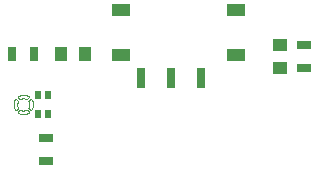
<source format=gbr>
G04 #@! TF.GenerationSoftware,KiCad,Pcbnew,(5.0.2-4-gb601aea34)*
G04 #@! TF.CreationDate,2019-09-30T13:15:35-05:00*
G04 #@! TF.ProjectId,mic switch,6d696320-7377-4697-9463-682e6b696361,rev?*
G04 #@! TF.SameCoordinates,Original*
G04 #@! TF.FileFunction,Paste,Top*
G04 #@! TF.FilePolarity,Positive*
%FSLAX46Y46*%
G04 Gerber Fmt 4.6, Leading zero omitted, Abs format (unit mm)*
G04 Created by KiCad (PCBNEW (5.0.2-4-gb601aea34)) date Monday, September 30, 2019 at 01:15:35 PM*
%MOMM*%
%LPD*%
G01*
G04 APERTURE LIST*
%ADD10C,0.050000*%
%ADD11R,0.522000X0.725000*%
%ADD12R,1.549400X1.092200*%
%ADD13R,0.711200X1.701800*%
%ADD14R,1.000000X1.250000*%
%ADD15R,1.250000X1.000000*%
%ADD16R,0.700000X1.300000*%
%ADD17R,1.300000X0.700000*%
G04 APERTURE END LIST*
D10*
G04 #@! TO.C,M1*
X135935856Y-93854927D02*
X135934708Y-93875067D01*
X135937490Y-93834912D02*
X135935856Y-93854927D01*
X135939693Y-93815043D02*
X135937490Y-93834912D01*
X135942551Y-93795343D02*
X135939693Y-93815043D01*
X136940318Y-93170820D02*
X136920808Y-93167223D01*
X136959615Y-93175184D02*
X136940318Y-93170820D01*
X136978680Y-93180285D02*
X136959615Y-93175184D01*
X136997491Y-93186089D02*
X136978680Y-93180285D01*
X137016028Y-93192564D02*
X136997491Y-93186089D01*
X137034270Y-93199676D02*
X137016028Y-93192564D01*
X137052197Y-93207393D02*
X137034270Y-93199676D01*
X137069788Y-93215681D02*
X137052197Y-93207393D01*
X137087022Y-93224508D02*
X137069788Y-93215681D01*
X137103878Y-93233839D02*
X137087022Y-93224508D01*
X136130893Y-93497086D02*
X136122933Y-93489570D01*
X136140884Y-93506995D02*
X136130893Y-93497086D01*
X136153218Y-93519330D02*
X136140884Y-93506995D01*
X136167599Y-93533711D02*
X136153218Y-93519330D01*
X136183482Y-93549594D02*
X136167599Y-93533711D01*
X136917781Y-94459429D02*
X136907468Y-94463166D01*
X136927933Y-94455391D02*
X136917781Y-94459429D01*
X136937912Y-94451065D02*
X136927933Y-94455391D01*
X136947708Y-94446463D02*
X136937912Y-94451065D01*
X135982710Y-93663955D02*
X135974995Y-93681882D01*
X135990997Y-93646365D02*
X135982710Y-93663955D01*
X135999822Y-93629132D02*
X135990997Y-93646365D01*
X136009152Y-93612276D02*
X135999822Y-93629132D01*
X136781756Y-94482805D02*
X136773773Y-94482895D01*
X136790608Y-94482609D02*
X136781756Y-94482805D01*
X136800185Y-94482267D02*
X136790608Y-94482609D01*
X136810343Y-94481738D02*
X136800185Y-94482267D01*
X136237536Y-94067542D02*
X136236198Y-94056511D01*
X136239223Y-94078577D02*
X136237536Y-94067542D01*
X136241281Y-94089525D02*
X136239223Y-94078577D01*
X136243700Y-94100368D02*
X136241281Y-94089525D01*
X136246466Y-94111096D02*
X136243700Y-94100368D01*
X136083298Y-93504130D02*
X136075841Y-93513811D01*
X136089669Y-93495945D02*
X136083298Y-93504130D01*
X136094881Y-93489383D02*
X136089669Y-93495945D01*
X136099257Y-93484546D02*
X136094881Y-93489383D01*
X136103206Y-93481529D02*
X136099257Y-93484546D01*
X136107140Y-93480427D02*
X136103206Y-93481529D01*
X136111466Y-93481336D02*
X136107140Y-93480427D01*
X136116594Y-93484352D02*
X136111466Y-93481336D01*
X136122933Y-93489570D02*
X136116594Y-93484352D01*
X136315548Y-93686838D02*
X136314196Y-93683188D01*
X136315534Y-93690101D02*
X136315548Y-93686838D01*
X136314356Y-93693355D02*
X136315534Y-93690101D01*
X136312217Y-93696974D02*
X136314356Y-93693355D01*
X136309317Y-93701330D02*
X136312217Y-93696974D01*
X136305813Y-93706596D02*
X136309317Y-93701330D01*
X136301806Y-93712704D02*
X136305813Y-93706596D01*
X136058425Y-93537131D02*
X136048846Y-93550503D01*
X136067486Y-93524856D02*
X136058425Y-93537131D01*
X136075841Y-93513811D02*
X136067486Y-93524856D01*
X136279540Y-94191273D02*
X136274546Y-94181981D01*
X136284588Y-94200193D02*
X136279540Y-94191273D01*
X136289590Y-94208657D02*
X136284588Y-94200193D01*
X136294447Y-94216582D02*
X136289590Y-94208657D01*
X136297396Y-93719570D02*
X136301806Y-93712704D01*
X136292681Y-93727111D02*
X136297396Y-93719570D01*
X136287758Y-93735244D02*
X136292681Y-93727111D01*
X136282728Y-93743886D02*
X136287758Y-93735244D01*
X136266402Y-93632514D02*
X136251163Y-93617275D01*
X136279882Y-93645993D02*
X136266402Y-93632514D01*
X136291088Y-93657207D02*
X136279882Y-93645993D01*
X136299924Y-93666162D02*
X136291088Y-93657207D01*
X136306586Y-93673226D02*
X136299924Y-93666162D01*
X136311276Y-93678777D02*
X136306586Y-93673226D01*
X136314196Y-93683188D02*
X136311276Y-93678777D01*
X135933252Y-93956436D02*
X135933248Y-93976870D01*
X135933315Y-93936017D02*
X135933252Y-93956436D01*
X135933522Y-93915634D02*
X135933315Y-93936017D01*
X135933958Y-93895310D02*
X135933522Y-93915634D01*
X135934708Y-93875067D02*
X135933958Y-93895310D01*
X135944736Y-94157822D02*
X135948820Y-94177198D01*
X135941419Y-94138242D02*
X135944736Y-94157822D01*
X135938811Y-94118480D02*
X135941419Y-94138242D01*
X135936828Y-94098557D02*
X135938811Y-94118480D01*
X136861224Y-93160526D02*
X136841084Y-93159377D01*
X136881239Y-93162160D02*
X136861224Y-93160526D01*
X136901108Y-93164364D02*
X136881239Y-93162160D01*
X136920808Y-93167223D02*
X136901108Y-93164364D01*
X136260774Y-94152623D02*
X136256735Y-94142471D01*
X136265100Y-94162603D02*
X136260774Y-94152623D01*
X136269702Y-94172398D02*
X136265100Y-94162603D01*
X136274546Y-94181981D02*
X136269702Y-94172398D01*
X136277689Y-93752953D02*
X136282728Y-93743886D01*
X136272738Y-93762362D02*
X136277689Y-93752953D01*
X136267975Y-93772030D02*
X136272738Y-93762362D01*
X136263473Y-93781895D02*
X136267975Y-93772030D01*
X136259252Y-93791939D02*
X136263473Y-93781895D01*
X136255322Y-93802151D02*
X136259252Y-93791939D01*
X136251697Y-93812520D02*
X136255322Y-93802151D01*
X136248388Y-93823035D02*
X136251697Y-93812520D01*
X136245407Y-93833684D02*
X136248388Y-93823035D01*
X136242768Y-93844455D02*
X136245407Y-93833684D01*
X136240481Y-93855338D02*
X136242768Y-93844455D01*
X136238558Y-93866321D02*
X136240481Y-93855338D01*
X136233229Y-93964959D02*
X136233229Y-93961365D01*
X136233229Y-93968063D02*
X136233229Y-93964959D01*
X136233229Y-93970948D02*
X136233229Y-93968063D01*
X136233229Y-93973882D02*
X136233229Y-93970948D01*
X136233229Y-93977135D02*
X136233229Y-93973882D01*
X135946147Y-93775833D02*
X135942551Y-93795343D01*
X135950510Y-93756536D02*
X135946147Y-93775833D01*
X135955609Y-93737472D02*
X135950510Y-93756536D01*
X136237004Y-93877371D02*
X136238558Y-93866321D01*
X136235786Y-93888365D02*
X136237004Y-93877371D01*
X136234863Y-93899159D02*
X136235786Y-93888365D01*
X136234194Y-93909609D02*
X136234863Y-93899159D01*
X136233738Y-93919569D02*
X136234194Y-93909609D01*
X136233455Y-93928896D02*
X136233738Y-93919569D01*
X136233303Y-93937445D02*
X136233455Y-93928896D01*
X136233241Y-93945071D02*
X136233303Y-93937445D01*
X137016532Y-94405693D02*
X137011597Y-94408989D01*
X137020576Y-94403050D02*
X137016532Y-94405693D01*
X137024017Y-94401240D02*
X137020576Y-94403050D01*
X137027231Y-94400467D02*
X137024017Y-94401240D01*
X137030593Y-94400932D02*
X137027231Y-94400467D01*
X137034479Y-94402837D02*
X137030593Y-94400932D01*
X137039267Y-94406385D02*
X137034479Y-94402837D01*
X137045331Y-94411777D02*
X137039267Y-94406385D01*
X137053048Y-94419216D02*
X137045331Y-94411777D01*
X137062795Y-94428903D02*
X137053048Y-94419216D01*
X137074885Y-94440992D02*
X137062795Y-94428903D01*
X137089075Y-94455181D02*
X137074885Y-94440992D01*
X137104826Y-94470930D02*
X137089075Y-94455181D01*
X137121592Y-94487695D02*
X137104826Y-94470930D01*
X137138831Y-94504931D02*
X137121592Y-94487695D01*
X137155998Y-94522097D02*
X137138831Y-94504931D01*
X137172549Y-94538647D02*
X137155998Y-94522097D01*
X137187942Y-94554038D02*
X137172549Y-94538647D01*
X137201632Y-94567726D02*
X137187942Y-94554038D01*
X137213091Y-94579192D02*
X137201632Y-94567726D01*
X137222107Y-94588385D02*
X137213091Y-94579192D01*
X137228765Y-94595700D02*
X137222107Y-94588385D01*
X137233161Y-94601545D02*
X137228765Y-94595700D01*
X137235390Y-94606330D02*
X137233161Y-94601545D01*
X137235547Y-94610463D02*
X137235390Y-94606330D01*
X137233728Y-94614355D02*
X137235547Y-94610463D01*
X137230029Y-94618414D02*
X137233728Y-94614355D01*
X137224546Y-94623050D02*
X137230029Y-94618414D01*
X137217373Y-94628669D02*
X137224546Y-94623050D01*
X137208622Y-94635462D02*
X137217373Y-94628669D01*
X137198422Y-94643273D02*
X137208622Y-94635462D01*
X137186908Y-94651910D02*
X137198422Y-94643273D01*
X137174214Y-94661184D02*
X137186908Y-94651910D01*
X137160472Y-94670906D02*
X137174214Y-94661184D01*
X137145818Y-94680886D02*
X137160472Y-94670906D01*
X137130383Y-94690934D02*
X137145818Y-94680886D01*
X137114303Y-94700860D02*
X137130383Y-94690934D01*
X137097710Y-94710475D02*
X137114303Y-94700860D01*
X137080713Y-94719625D02*
X137097710Y-94710475D01*
X137063346Y-94728257D02*
X137080713Y-94719625D01*
X137045629Y-94736338D02*
X137063346Y-94728257D01*
X137027584Y-94743836D02*
X137045629Y-94736338D01*
X137009231Y-94750717D02*
X137027584Y-94743836D01*
X136990591Y-94756949D02*
X137009231Y-94750717D01*
X136971684Y-94762498D02*
X136990591Y-94756949D01*
X136952531Y-94767331D02*
X136971684Y-94762498D01*
X136933154Y-94771415D02*
X136952531Y-94767331D01*
X136913571Y-94774732D02*
X136933154Y-94771415D01*
X136893807Y-94777340D02*
X136913571Y-94774732D01*
X136873881Y-94779323D02*
X136893807Y-94777340D01*
X136853817Y-94780769D02*
X136873881Y-94779323D01*
X136833636Y-94781761D02*
X136853817Y-94780769D01*
X136813360Y-94782385D02*
X136833636Y-94781761D01*
X136793012Y-94782727D02*
X136813360Y-94782385D01*
X136772612Y-94782871D02*
X136793012Y-94782727D01*
X136752184Y-94782903D02*
X136772612Y-94782871D01*
X136731749Y-94782899D02*
X136752184Y-94782903D01*
X136711328Y-94782836D02*
X136731749Y-94782899D01*
X136690945Y-94782629D02*
X136711328Y-94782836D01*
X136670621Y-94782193D02*
X136690945Y-94782629D01*
X136650377Y-94781443D02*
X136670621Y-94782193D01*
X136630237Y-94780294D02*
X136650377Y-94781443D01*
X136610221Y-94778660D02*
X136630237Y-94780294D01*
X136590352Y-94776456D02*
X136610221Y-94778660D01*
X136570652Y-94773597D02*
X136590352Y-94776456D01*
X136551143Y-94770000D02*
X136570652Y-94773597D01*
X136531846Y-94765636D02*
X136551143Y-94770000D01*
X136512781Y-94760535D02*
X136531846Y-94765636D01*
X136493970Y-94754731D02*
X136512781Y-94760535D01*
X136475433Y-94748256D02*
X136493970Y-94754731D01*
X137254456Y-94063454D02*
X137252902Y-94074502D01*
X137255674Y-94052461D02*
X137254456Y-94063454D01*
X136404441Y-94716312D02*
X136421674Y-94725139D01*
X136387586Y-94706981D02*
X136404441Y-94716312D01*
X136371166Y-94697229D02*
X136387586Y-94706981D01*
X136355308Y-94687236D02*
X136371166Y-94697229D01*
X136340146Y-94677191D02*
X136355308Y-94687236D01*
X136325812Y-94667284D02*
X136340146Y-94677191D01*
X136312441Y-94657705D02*
X136325812Y-94667284D01*
X136300166Y-94648643D02*
X136312441Y-94657705D01*
X136289121Y-94640289D02*
X136300166Y-94648643D01*
X136279439Y-94632831D02*
X136289121Y-94640289D01*
X136271254Y-94626460D02*
X136279439Y-94632831D01*
X136264693Y-94621249D02*
X136271254Y-94626460D01*
X136259856Y-94616873D02*
X136264693Y-94621249D01*
X136256838Y-94612923D02*
X136259856Y-94616873D01*
X136255737Y-94608990D02*
X136256838Y-94612923D01*
X136256646Y-94604664D02*
X136255737Y-94608990D01*
X136259662Y-94599537D02*
X136256646Y-94604664D01*
X136264880Y-94593198D02*
X136259662Y-94599537D01*
X136272396Y-94585239D02*
X136264880Y-94593198D01*
X136282305Y-94575249D02*
X136272396Y-94585239D01*
X136294640Y-94562916D02*
X136282305Y-94575249D01*
X136309020Y-94548537D02*
X136294640Y-94562916D01*
X136324903Y-94532655D02*
X136309020Y-94548537D01*
X136341745Y-94515815D02*
X136324903Y-94532655D01*
X136359001Y-94498560D02*
X136341745Y-94515815D01*
X136376129Y-94481434D02*
X136359001Y-94498560D01*
X136392585Y-94464981D02*
X136376129Y-94481434D01*
X136407824Y-94449743D02*
X136392585Y-94464981D01*
X136421303Y-94436265D02*
X136407824Y-94449743D01*
X136432517Y-94425060D02*
X136421303Y-94436265D01*
X136441471Y-94416225D02*
X136432517Y-94425060D01*
X136448536Y-94409563D02*
X136441471Y-94416225D01*
X136454086Y-94404874D02*
X136448536Y-94409563D01*
X136458498Y-94401955D02*
X136454086Y-94404874D01*
X136462147Y-94400604D02*
X136458498Y-94401955D01*
X136465411Y-94400619D02*
X136462147Y-94400604D01*
X136468664Y-94401797D02*
X136465411Y-94400619D01*
X136472284Y-94403937D02*
X136468664Y-94401797D01*
X136476640Y-94406838D02*
X136472284Y-94403937D01*
X136481906Y-94410344D02*
X136476640Y-94406838D01*
X136488014Y-94414352D02*
X136481906Y-94410344D01*
X136494880Y-94418764D02*
X136488014Y-94414352D01*
X136502421Y-94423481D02*
X136494880Y-94418764D01*
X136510554Y-94428404D02*
X136502421Y-94423481D01*
X136519195Y-94433435D02*
X136510554Y-94428404D01*
X136528262Y-94438476D02*
X136519195Y-94433435D01*
X136537671Y-94443427D02*
X136528262Y-94438476D01*
X136547340Y-94448190D02*
X136537671Y-94443427D01*
X136557204Y-94452692D02*
X136547340Y-94448190D01*
X136567249Y-94456913D02*
X136557204Y-94452692D01*
X136577461Y-94460841D02*
X136567249Y-94456913D01*
X136587830Y-94464465D02*
X136577461Y-94460841D01*
X136598345Y-94467773D02*
X136587830Y-94464465D01*
X136608993Y-94470752D02*
X136598345Y-94467773D01*
X136619765Y-94473390D02*
X136608993Y-94470752D01*
X136630648Y-94475675D02*
X136619765Y-94473390D01*
X136641631Y-94477596D02*
X136630648Y-94475675D01*
X136827786Y-93460475D02*
X136838780Y-93461692D01*
X136816992Y-93459552D02*
X136827786Y-93460475D01*
X136806542Y-93458884D02*
X136816992Y-93459552D01*
X136796582Y-93458429D02*
X136806542Y-93458884D01*
X136787255Y-93458145D02*
X136796582Y-93458429D01*
X136778706Y-93457993D02*
X136787255Y-93458145D01*
X136771080Y-93457932D02*
X136778706Y-93457993D01*
X136764521Y-93457920D02*
X136771080Y-93457932D01*
X136759139Y-93457920D02*
X136764521Y-93457920D01*
X136754786Y-93457920D02*
X136759139Y-93457920D01*
X136751192Y-93457920D02*
X136754786Y-93457920D01*
X136748088Y-93457920D02*
X136751192Y-93457920D01*
X136745204Y-93457920D02*
X136748088Y-93457920D01*
X136742270Y-93457920D02*
X136745204Y-93457920D01*
X136739017Y-93457920D02*
X136742270Y-93457920D01*
X136735176Y-93457920D02*
X136739017Y-93457920D01*
X136730476Y-93457920D02*
X136735176Y-93457920D01*
X136724661Y-93457921D02*
X136730476Y-93457920D01*
X136717693Y-93457947D02*
X136724661Y-93457921D01*
X136709712Y-93458037D02*
X136717693Y-93457947D01*
X136700861Y-93458232D02*
X136709712Y-93458037D01*
X136691286Y-93458575D02*
X136700861Y-93458232D01*
X136681130Y-93459104D02*
X136691286Y-93458575D01*
X136670539Y-93459862D02*
X136681130Y-93459104D01*
X136659656Y-93460889D02*
X136670539Y-93459862D01*
X136648626Y-93462226D02*
X136659656Y-93460889D01*
X136637592Y-93463914D02*
X136648626Y-93462226D01*
X136626645Y-93465972D02*
X136637592Y-93463914D01*
X136615803Y-93468390D02*
X136626645Y-93465972D01*
X136605076Y-93471157D02*
X136615803Y-93468390D01*
X136594476Y-93474260D02*
X136605076Y-93471157D01*
X136584013Y-93477687D02*
X136594476Y-93474260D01*
X136573701Y-93481425D02*
X136584013Y-93477687D01*
X136563549Y-93485464D02*
X136573701Y-93481425D01*
X136553570Y-93489791D02*
X136563549Y-93485464D01*
X136543774Y-93494393D02*
X136553570Y-93489791D01*
X136534192Y-93499236D02*
X136543774Y-93494393D01*
X136524899Y-93504231D02*
X136534192Y-93499236D01*
X136515979Y-93509278D02*
X136524899Y-93504231D01*
X136507515Y-93514280D02*
X136515979Y-93509278D01*
X136499591Y-93519138D02*
X136507515Y-93514280D01*
X136492289Y-93523752D02*
X136499591Y-93519138D01*
X136485692Y-93528025D02*
X136492289Y-93523752D01*
X136479885Y-93531858D02*
X136485692Y-93528025D01*
X136474950Y-93535152D02*
X136479885Y-93531858D01*
X136470906Y-93537795D02*
X136474950Y-93535152D01*
X136467465Y-93539603D02*
X136470906Y-93537795D01*
X136464251Y-93540376D02*
X136467465Y-93539603D01*
X136460889Y-93539910D02*
X136464251Y-93540376D01*
X136457003Y-93538004D02*
X136460889Y-93539910D01*
X136452215Y-93534456D02*
X136457003Y-93538004D01*
X136446151Y-93529063D02*
X136452215Y-93534456D01*
X136438434Y-93521623D02*
X136446151Y-93529063D01*
X136428687Y-93511935D02*
X136438434Y-93521623D01*
X136416597Y-93499845D02*
X136428687Y-93511935D01*
X136402407Y-93485655D02*
X136416597Y-93499845D01*
X136386656Y-93469904D02*
X136402407Y-93485655D01*
X136369890Y-93453138D02*
X136386656Y-93469904D01*
X136352651Y-93435899D02*
X136369890Y-93453138D01*
X136335484Y-93418732D02*
X136352651Y-93435899D01*
X136318933Y-93402180D02*
X136335484Y-93418732D01*
X136303540Y-93386788D02*
X136318933Y-93402180D01*
X136289850Y-93373098D02*
X136303540Y-93386788D01*
X136278391Y-93361631D02*
X136289850Y-93373098D01*
X136269375Y-93352437D02*
X136278391Y-93361631D01*
X136262717Y-93345121D02*
X136269375Y-93352437D01*
X136258321Y-93339276D02*
X136262717Y-93345121D01*
X136256092Y-93334491D02*
X136258321Y-93339276D01*
X136255935Y-93330357D02*
X136256092Y-93334491D01*
X136257754Y-93326465D02*
X136255935Y-93330357D01*
X136261453Y-93322406D02*
X136257754Y-93326465D01*
X136266936Y-93317770D02*
X136261453Y-93322406D01*
X136274109Y-93312151D02*
X136266936Y-93317770D01*
X136282860Y-93305358D02*
X136274109Y-93312151D01*
X136293060Y-93297547D02*
X136282860Y-93305358D01*
X136304574Y-93288910D02*
X136293060Y-93297547D01*
X136317268Y-93279636D02*
X136304574Y-93288910D01*
X136331010Y-93269914D02*
X136317268Y-93279636D01*
X136345664Y-93259934D02*
X136331010Y-93269914D01*
X136361099Y-93249886D02*
X136345664Y-93259934D01*
X136377179Y-93239960D02*
X136361099Y-93249886D01*
X136393772Y-93230345D02*
X136377179Y-93239960D01*
X136410769Y-93221195D02*
X136393772Y-93230345D01*
X136428136Y-93212563D02*
X136410769Y-93221195D01*
X136445852Y-93204482D02*
X136428136Y-93212563D01*
X136463897Y-93196984D02*
X136445852Y-93204482D01*
X136482250Y-93190103D02*
X136463897Y-93196984D01*
X136500890Y-93183871D02*
X136482250Y-93190103D01*
X136519796Y-93178322D02*
X136500890Y-93183871D01*
X136538948Y-93173489D02*
X136519796Y-93178322D01*
X136558325Y-93169405D02*
X136538948Y-93173489D01*
X136577906Y-93166088D02*
X136558325Y-93169405D01*
X136597669Y-93163480D02*
X136577906Y-93166088D01*
X136617593Y-93161497D02*
X136597669Y-93163480D01*
X136637656Y-93160051D02*
X136617593Y-93161497D01*
X136657835Y-93159059D02*
X136637656Y-93160051D01*
X136678109Y-93158435D02*
X136657835Y-93159059D01*
X136698456Y-93158093D02*
X136678109Y-93158435D01*
X136718854Y-93157949D02*
X136698456Y-93158093D01*
X136739281Y-93157917D02*
X136718854Y-93157949D01*
X136759715Y-93157921D02*
X136739281Y-93157917D01*
X136780134Y-93157984D02*
X136759715Y-93157921D01*
X136800517Y-93158191D02*
X136780134Y-93157984D01*
X136820841Y-93158627D02*
X136800517Y-93158191D01*
X136841084Y-93159377D02*
X136820841Y-93158627D01*
X135935382Y-94078495D02*
X135936828Y-94098557D01*
X135934390Y-94058316D02*
X135935382Y-94078495D01*
X135933766Y-94038042D02*
X135934390Y-94058316D01*
X135933424Y-94017695D02*
X135933766Y-94038042D01*
X135933280Y-93997297D02*
X135933424Y-94017695D01*
X135933248Y-93976870D02*
X135933280Y-93997297D01*
X136457191Y-94741144D02*
X136475433Y-94748256D01*
X136439265Y-94733427D02*
X136457191Y-94741144D01*
X136421674Y-94725139D02*
X136439265Y-94733427D01*
X136820936Y-94480981D02*
X136810343Y-94481738D01*
X136831820Y-94479955D02*
X136820936Y-94480981D01*
X136842852Y-94478618D02*
X136831820Y-94479955D01*
X136853887Y-94476932D02*
X136842852Y-94478618D01*
X136864834Y-94474875D02*
X136853887Y-94476932D01*
X136875678Y-94472458D02*
X136864834Y-94474875D01*
X136756287Y-94482922D02*
X136752445Y-94482922D01*
X136760988Y-94482922D02*
X136756287Y-94482922D01*
X136766804Y-94482920D02*
X136760988Y-94482922D01*
X136773773Y-94482895D02*
X136766804Y-94482920D01*
X136726940Y-94482922D02*
X136720380Y-94482910D01*
X136732321Y-94482922D02*
X136726940Y-94482922D01*
X136736675Y-94482922D02*
X136732321Y-94482922D01*
X136740269Y-94482922D02*
X136736675Y-94482922D01*
X136743373Y-94482922D02*
X136740269Y-94482922D01*
X136746257Y-94482922D02*
X136743373Y-94482922D01*
X136749191Y-94482922D02*
X136746257Y-94482922D01*
X136752445Y-94482922D02*
X136749191Y-94482922D01*
X137231819Y-93341284D02*
X137234835Y-93336156D01*
X137226601Y-93347624D02*
X137231819Y-93341284D01*
X137219084Y-93355584D02*
X137226601Y-93347624D01*
X137209174Y-93365574D02*
X137219084Y-93355584D01*
X137196838Y-93377909D02*
X137209174Y-93365574D01*
X137182456Y-93392289D02*
X137196838Y-93377909D01*
X137166571Y-93408172D02*
X137182456Y-93392289D01*
X137149728Y-93425014D02*
X137166571Y-93408172D01*
X137132469Y-93442271D02*
X137149728Y-93425014D01*
X137115340Y-93459399D02*
X137132469Y-93442271D01*
X137098883Y-93475854D02*
X137115340Y-93459399D01*
X137083642Y-93491093D02*
X137098883Y-93475854D01*
X137070162Y-93504572D02*
X137083642Y-93491093D01*
X137058947Y-93515779D02*
X137070162Y-93504572D01*
X137049991Y-93524615D02*
X137058947Y-93515779D01*
X137042926Y-93531277D02*
X137049991Y-93524615D01*
X137037375Y-93535966D02*
X137042926Y-93531277D01*
X137032963Y-93538886D02*
X137037375Y-93535966D01*
X137029313Y-93540237D02*
X137032963Y-93538886D01*
X137026050Y-93540223D02*
X137029313Y-93540237D01*
X137022796Y-93539045D02*
X137026050Y-93540223D01*
X137019177Y-93536904D02*
X137022796Y-93539045D01*
X137014821Y-93534003D02*
X137019177Y-93536904D01*
X137009555Y-93530498D02*
X137014821Y-93534003D01*
X137003447Y-93526490D02*
X137009555Y-93530498D01*
X136996581Y-93522078D02*
X137003447Y-93526490D01*
X136989040Y-93517361D02*
X136996581Y-93522078D01*
X136980907Y-93512438D02*
X136989040Y-93517361D01*
X136972265Y-93507406D02*
X136980907Y-93512438D01*
X136963198Y-93502366D02*
X136972265Y-93507406D01*
X136953789Y-93497415D02*
X136963198Y-93502366D01*
X136838780Y-93461692D02*
X136849830Y-93463245D01*
X136957290Y-94441619D02*
X136947708Y-94446463D01*
X136966583Y-94436624D02*
X136957290Y-94441619D01*
X136975503Y-94431575D02*
X136966583Y-94436624D01*
X136983967Y-94426572D02*
X136975503Y-94431575D01*
X136991891Y-94421713D02*
X136983967Y-94426572D01*
X136999193Y-94417097D02*
X136991891Y-94421713D01*
X137005790Y-94412823D02*
X136999193Y-94417097D01*
X137011597Y-94408989D02*
X137005790Y-94412823D01*
X137120299Y-93243591D02*
X137103878Y-93233839D01*
X137136159Y-93253584D02*
X137120299Y-93243591D01*
X137151323Y-93263629D02*
X137136159Y-93253584D01*
X137165659Y-93273536D02*
X137151323Y-93263629D01*
X137179031Y-93283115D02*
X137165659Y-93273536D01*
X137191308Y-93292177D02*
X137179031Y-93283115D01*
X137202355Y-93300531D02*
X137191308Y-93292177D01*
X137212038Y-93307989D02*
X137202355Y-93300531D01*
X137220224Y-93314360D02*
X137212038Y-93307989D01*
X137226787Y-93319571D02*
X137220224Y-93314360D01*
X137231625Y-93323947D02*
X137226787Y-93319571D01*
X137234642Y-93327897D02*
X137231625Y-93323947D01*
X137235744Y-93331830D02*
X137234642Y-93327897D01*
X137234835Y-93336156D02*
X137235744Y-93331830D01*
X136018903Y-93595857D02*
X136009152Y-93612276D01*
X136028895Y-93579999D02*
X136018903Y-93595857D01*
X136038939Y-93564836D02*
X136028895Y-93579999D01*
X136048846Y-93550503D02*
X136038939Y-93564836D01*
X135965434Y-94233891D02*
X135972315Y-94252243D01*
X135959202Y-94215253D02*
X135965434Y-94233891D01*
X135953653Y-94196348D02*
X135959202Y-94215253D01*
X135948820Y-94177198D02*
X135953653Y-94196348D01*
X135961412Y-93718660D02*
X135955609Y-93737472D01*
X135967885Y-93700124D02*
X135961412Y-93718660D01*
X135974995Y-93681882D02*
X135967885Y-93700124D01*
X136886405Y-94469693D02*
X136875678Y-94472458D01*
X136897006Y-94466592D02*
X136886405Y-94469693D01*
X136907468Y-94463166D02*
X136897006Y-94466592D01*
X136652681Y-94479149D02*
X136641631Y-94477596D01*
X136663675Y-94480367D02*
X136652681Y-94479149D01*
X136674469Y-94481289D02*
X136663675Y-94480367D01*
X136684918Y-94481958D02*
X136674469Y-94481289D01*
X136694879Y-94482413D02*
X136684918Y-94481958D01*
X136704206Y-94482696D02*
X136694879Y-94482413D01*
X136712754Y-94482848D02*
X136704206Y-94482696D01*
X136720380Y-94482910D02*
X136712754Y-94482848D01*
X136233229Y-93951630D02*
X136233241Y-93945071D01*
X136233229Y-93957012D02*
X136233229Y-93951630D01*
X136233229Y-93961365D02*
X136233229Y-93957012D01*
X137256597Y-94041669D02*
X137255674Y-94052461D01*
X137257266Y-94031221D02*
X137256597Y-94041669D01*
X137257722Y-94021262D02*
X137257266Y-94031221D01*
X137258006Y-94011937D02*
X137257722Y-94021262D01*
X137258158Y-94003390D02*
X137258006Y-94011937D01*
X137258219Y-93995765D02*
X137258158Y-94003390D01*
X137258231Y-93989208D02*
X137258219Y-93995765D01*
X137258231Y-93983827D02*
X137258231Y-93989208D01*
X137258231Y-93979474D02*
X137258231Y-93983827D01*
X137258231Y-93975881D02*
X137258231Y-93979474D01*
X137258231Y-93972777D02*
X137258231Y-93975881D01*
X137258231Y-93969893D02*
X137258231Y-93972777D01*
X137258231Y-93966960D02*
X137258231Y-93969893D01*
X137258231Y-93963706D02*
X137258231Y-93966960D01*
X137258231Y-93959864D02*
X137258231Y-93963706D01*
X137258231Y-93955163D02*
X137258231Y-93959864D01*
X137258230Y-93949347D02*
X137258231Y-93955163D01*
X137258204Y-93942378D02*
X137258230Y-93949347D01*
X137258114Y-93934395D02*
X137258204Y-93942378D01*
X137257919Y-93925542D02*
X137258114Y-93934395D01*
X137257577Y-93915965D02*
X137257919Y-93925542D01*
X137257048Y-93905808D02*
X137257577Y-93915965D01*
X137256290Y-93895214D02*
X137257048Y-93905808D01*
X137255264Y-93884329D02*
X137256290Y-93895214D01*
X137253928Y-93873296D02*
X137255264Y-93884329D01*
X137252241Y-93862260D02*
X137253928Y-93873296D01*
X137250185Y-93851311D02*
X137252241Y-93862260D01*
X137247768Y-93840466D02*
X137250185Y-93851311D01*
X137245003Y-93829737D02*
X137247768Y-93840466D01*
X137241901Y-93819135D02*
X137245003Y-93829737D01*
X137238476Y-93808671D02*
X137241901Y-93819135D01*
X137234738Y-93798356D02*
X137238476Y-93808671D01*
X137230700Y-93788203D02*
X137234738Y-93798356D01*
X137226375Y-93778222D02*
X137230700Y-93788203D01*
X137221773Y-93768425D02*
X137226375Y-93778222D01*
X137216929Y-93758842D02*
X137221773Y-93768425D01*
X137211933Y-93749548D02*
X137216929Y-93758842D01*
X137206885Y-93740628D02*
X137211933Y-93749548D01*
X137201882Y-93732163D02*
X137206885Y-93740628D01*
X137197023Y-93724238D02*
X137201882Y-93732163D01*
X137192407Y-93716936D02*
X137197023Y-93724238D01*
X137188132Y-93710340D02*
X137192407Y-93716936D01*
X137184298Y-93704532D02*
X137188132Y-93710340D01*
X137181002Y-93699598D02*
X137184298Y-93704532D01*
X137178359Y-93695553D02*
X137181002Y-93699598D01*
X137176550Y-93692112D02*
X137178359Y-93695553D01*
X137175777Y-93688899D02*
X137176550Y-93692112D01*
X137176242Y-93685537D02*
X137175777Y-93688899D01*
X137178147Y-93681650D02*
X137176242Y-93685537D01*
X137181696Y-93676863D02*
X137178147Y-93681650D01*
X137187088Y-93670798D02*
X137181696Y-93676863D01*
X137194528Y-93663081D02*
X137187088Y-93670798D01*
X137204216Y-93653335D02*
X137194528Y-93663081D01*
X137216306Y-93641245D02*
X137204216Y-93653335D01*
X137230496Y-93627054D02*
X137216306Y-93641245D01*
X137246247Y-93611304D02*
X137230496Y-93627054D01*
X137263013Y-93594537D02*
X137246247Y-93611304D01*
X137280252Y-93577299D02*
X137263013Y-93594537D01*
X137297419Y-93560132D02*
X137280252Y-93577299D01*
X137313971Y-93543580D02*
X137297419Y-93560132D01*
X137329363Y-93528187D02*
X137313971Y-93543580D01*
X137343053Y-93514497D02*
X137329363Y-93528187D01*
X137354520Y-93503039D02*
X137343053Y-93514497D01*
X137363714Y-93494022D02*
X137354520Y-93503039D01*
X137371030Y-93487364D02*
X137363714Y-93494022D01*
X137376875Y-93482969D02*
X137371030Y-93487364D01*
X137381661Y-93480740D02*
X137376875Y-93482969D01*
X137385795Y-93480583D02*
X137381661Y-93480740D01*
X137389687Y-93482403D02*
X137385795Y-93480583D01*
X137393747Y-93486102D02*
X137389687Y-93482403D01*
X137398384Y-93491587D02*
X137393747Y-93486102D01*
X137404004Y-93498760D02*
X137398384Y-93491587D01*
X137410799Y-93507513D02*
X137404004Y-93498760D01*
X137418610Y-93517714D02*
X137410799Y-93507513D01*
X137427249Y-93529230D02*
X137418610Y-93517714D01*
X137436525Y-93541926D02*
X137427249Y-93529230D01*
X137446248Y-93555669D02*
X137436525Y-93541926D01*
X137456229Y-93570325D02*
X137446248Y-93555669D01*
X137466278Y-93585761D02*
X137456229Y-93570325D01*
X137476205Y-93601843D02*
X137466278Y-93585761D01*
X137485821Y-93618437D02*
X137476205Y-93601843D01*
X137494970Y-93635436D02*
X137485821Y-93618437D01*
X137503601Y-93652803D02*
X137494970Y-93635436D01*
X137511681Y-93670521D02*
X137503601Y-93652803D01*
X137519178Y-93688566D02*
X137511681Y-93670521D01*
X137526058Y-93706919D02*
X137519178Y-93688566D01*
X137532288Y-93725560D02*
X137526058Y-93706919D01*
X137537835Y-93744467D02*
X137532288Y-93725560D01*
X137542667Y-93763620D02*
X137537835Y-93744467D01*
X137546750Y-93782997D02*
X137542667Y-93763620D01*
X137550066Y-93802580D02*
X137546750Y-93782997D01*
X137552672Y-93822344D02*
X137550066Y-93802580D01*
X137554656Y-93842270D02*
X137552672Y-93822344D01*
X137556101Y-93862334D02*
X137554656Y-93842270D01*
X137557093Y-93882515D02*
X137556101Y-93862334D01*
X137557717Y-93902790D02*
X137557093Y-93882515D01*
X137558058Y-93923138D02*
X137557717Y-93902790D01*
X137558202Y-93943537D02*
X137558058Y-93923138D01*
X137558234Y-93963964D02*
X137558202Y-93943537D01*
X137558230Y-93984398D02*
X137558234Y-93963964D01*
X137558167Y-94004817D02*
X137558230Y-93984398D01*
X137557960Y-94025198D02*
X137558167Y-94004817D01*
X137557524Y-94045521D02*
X137557960Y-94025198D01*
X137556774Y-94065762D02*
X137557524Y-94045521D01*
X137555625Y-94085901D02*
X137556774Y-94065762D01*
X137553991Y-94105914D02*
X137555625Y-94085901D01*
X137551787Y-94125781D02*
X137553991Y-94105914D01*
X137548928Y-94145478D02*
X137551787Y-94125781D01*
X137545331Y-94164986D02*
X137548928Y-94145478D01*
X137540967Y-94184281D02*
X137545331Y-94164986D01*
X137535866Y-94203343D02*
X137540967Y-94184281D01*
X137530062Y-94222152D02*
X137535866Y-94203343D01*
X137523587Y-94240687D02*
X137530062Y-94222152D01*
X137516475Y-94258927D02*
X137523587Y-94240687D01*
X137508758Y-94276852D02*
X137516475Y-94258927D01*
X137500470Y-94294441D02*
X137508758Y-94276852D01*
X137491643Y-94311674D02*
X137500470Y-94294441D01*
X137482312Y-94328529D02*
X137491643Y-94311674D01*
X137472560Y-94344949D02*
X137482312Y-94328529D01*
X137462567Y-94360808D02*
X137472560Y-94344949D01*
X137452522Y-94375972D02*
X137462567Y-94360808D01*
X137442615Y-94390307D02*
X137452522Y-94375972D01*
X137433036Y-94403679D02*
X137442615Y-94390307D01*
X137423974Y-94415956D02*
X137433036Y-94403679D01*
X137415620Y-94427002D02*
X137423974Y-94415956D01*
X137408162Y-94436686D02*
X137415620Y-94427002D01*
X137401791Y-94444872D02*
X137408162Y-94436686D01*
X137396580Y-94451434D02*
X137401791Y-94444872D01*
X137392204Y-94456272D02*
X137396580Y-94451434D01*
X137388254Y-94459290D02*
X137392204Y-94456272D01*
X137384321Y-94460392D02*
X137388254Y-94459290D01*
X137379995Y-94459483D02*
X137384321Y-94460392D01*
X137374867Y-94456468D02*
X137379995Y-94459483D01*
X137368527Y-94451250D02*
X137374867Y-94456468D01*
X137360567Y-94443734D02*
X137368527Y-94451250D01*
X137350577Y-94433825D02*
X137360567Y-94443734D01*
X137338242Y-94421490D02*
X137350577Y-94433825D01*
X137323862Y-94407109D02*
X137338242Y-94421490D01*
X137307979Y-94391226D02*
X137323862Y-94407109D01*
X137291137Y-94374385D02*
X137307979Y-94391226D01*
X137273880Y-94357128D02*
X137291137Y-94374385D01*
X137256752Y-94340000D02*
X137273880Y-94357128D01*
X137240297Y-94323545D02*
X137256752Y-94340000D01*
X137225058Y-94308306D02*
X137240297Y-94323545D01*
X137211579Y-94294827D02*
X137225058Y-94308306D01*
X137200372Y-94283613D02*
X137211579Y-94294827D01*
X137191536Y-94274658D02*
X137200372Y-94283613D01*
X137184874Y-94267594D02*
X137191536Y-94274658D01*
X137180184Y-94262043D02*
X137184874Y-94267594D01*
X137177265Y-94257632D02*
X137180184Y-94262043D01*
X137175913Y-94253982D02*
X137177265Y-94257632D01*
X137175927Y-94250719D02*
X137175913Y-94253982D01*
X137177104Y-94247465D02*
X137175927Y-94250719D01*
X137179244Y-94243846D02*
X137177104Y-94247465D01*
X137182144Y-94239490D02*
X137179244Y-94243846D01*
X137185648Y-94234224D02*
X137182144Y-94239490D01*
X137189654Y-94228116D02*
X137185648Y-94234224D01*
X137194065Y-94221250D02*
X137189654Y-94228116D01*
X137198780Y-94213709D02*
X137194065Y-94221250D01*
X137203702Y-94205576D02*
X137198780Y-94213709D01*
X137208732Y-94196934D02*
X137203702Y-94205576D01*
X137213772Y-94187867D02*
X137208732Y-94196934D01*
X137218722Y-94178458D02*
X137213772Y-94187867D01*
X137223485Y-94168790D02*
X137218722Y-94178458D01*
X137227987Y-94158925D02*
X137223485Y-94168790D01*
X137232209Y-94148881D02*
X137227987Y-94158925D01*
X137236139Y-94138669D02*
X137232209Y-94148881D01*
X137239764Y-94128300D02*
X137236139Y-94138669D01*
X137243073Y-94117786D02*
X137239764Y-94128300D01*
X137246053Y-94107137D02*
X137243073Y-94117786D01*
X137248693Y-94096366D02*
X137246053Y-94107137D01*
X137250980Y-94085484D02*
X137248693Y-94096366D01*
X137252902Y-94074502D02*
X137250980Y-94085484D01*
X136315220Y-94255283D02*
X136315685Y-94251921D01*
X136313314Y-94259169D02*
X136315220Y-94255283D01*
X136309766Y-94263956D02*
X136313314Y-94259169D01*
X136304374Y-94270020D02*
X136309766Y-94263956D01*
X136296935Y-94277737D02*
X136304374Y-94270020D01*
X136287248Y-94287482D02*
X136296935Y-94277737D01*
X136275159Y-94299571D02*
X136287248Y-94287482D01*
X136260970Y-94313760D02*
X136275159Y-94299571D01*
X136245221Y-94329509D02*
X136260970Y-94313760D01*
X136228456Y-94346273D02*
X136245221Y-94329509D01*
X136211220Y-94363510D02*
X136228456Y-94346273D01*
X136194054Y-94380675D02*
X136211220Y-94363510D01*
X136177504Y-94397226D02*
X136194054Y-94380675D01*
X136162113Y-94412617D02*
X136177504Y-94397226D01*
X136148425Y-94426305D02*
X136162113Y-94412617D01*
X136136959Y-94437763D02*
X136148425Y-94426305D01*
X136127766Y-94446778D02*
X136136959Y-94437763D01*
X136120451Y-94453436D02*
X136127766Y-94446778D01*
X136114606Y-94457831D02*
X136120451Y-94453436D01*
X136109821Y-94460059D02*
X136114606Y-94457831D01*
X136105688Y-94460215D02*
X136109821Y-94460059D01*
X136101796Y-94458396D02*
X136105688Y-94460215D01*
X136097737Y-94454696D02*
X136101796Y-94458396D01*
X136093101Y-94449212D02*
X136097737Y-94454696D01*
X136087482Y-94442038D02*
X136093101Y-94449212D01*
X136080689Y-94433285D02*
X136087482Y-94442038D01*
X136072878Y-94423084D02*
X136080689Y-94433285D01*
X136064241Y-94411569D02*
X136072878Y-94423084D01*
X136054967Y-94398873D02*
X136064241Y-94411569D01*
X136045245Y-94385130D02*
X136054967Y-94398873D01*
X136035265Y-94370474D02*
X136045245Y-94385130D01*
X136025217Y-94355039D02*
X136035265Y-94370474D01*
X136015291Y-94338958D02*
X136025217Y-94355039D01*
X136005676Y-94322365D02*
X136015291Y-94338958D01*
X135996526Y-94305368D02*
X136005676Y-94322365D01*
X135987894Y-94288002D02*
X135996526Y-94305368D01*
X135979813Y-94270286D02*
X135987894Y-94288002D01*
X135972315Y-94252243D02*
X135979813Y-94270286D01*
X136299062Y-94223884D02*
X136294447Y-94216582D01*
X136303335Y-94230480D02*
X136299062Y-94223884D01*
X136307167Y-94236288D02*
X136303335Y-94230480D01*
X136310462Y-94241222D02*
X136307167Y-94236288D01*
X136313104Y-94245267D02*
X136310462Y-94241222D01*
X136314913Y-94248708D02*
X136313104Y-94245267D01*
X136315685Y-94251921D02*
X136314913Y-94248708D01*
X136860813Y-93465166D02*
X136871696Y-93467452D01*
X136849830Y-93463245D02*
X136860813Y-93465166D01*
X136903631Y-93476376D02*
X136914000Y-93480000D01*
X136893116Y-93473069D02*
X136903631Y-93476376D01*
X136882467Y-93470090D02*
X136893116Y-93473069D01*
X136871696Y-93467452D02*
X136882467Y-93470090D01*
X136233884Y-94024876D02*
X136233542Y-94015299D01*
X136234414Y-94035033D02*
X136233884Y-94024876D01*
X136235171Y-94045626D02*
X136234414Y-94035033D01*
X136236198Y-94056511D02*
X136235171Y-94045626D01*
X136233229Y-93980978D02*
X136233229Y-93977135D01*
X136233229Y-93985679D02*
X136233229Y-93980978D01*
X136233231Y-93991495D02*
X136233229Y-93985679D01*
X136233256Y-93998464D02*
X136233231Y-93991495D01*
X136233346Y-94006447D02*
X136233256Y-93998464D01*
X136233542Y-94015299D02*
X136233346Y-94006447D01*
X136249569Y-94121696D02*
X136246466Y-94111096D01*
X136252996Y-94132159D02*
X136249569Y-94121696D01*
X136256735Y-94142471D02*
X136252996Y-94132159D01*
X136200324Y-93566435D02*
X136183482Y-93549594D01*
X136217580Y-93583692D02*
X136200324Y-93566435D01*
X136234708Y-93600820D02*
X136217580Y-93583692D01*
X136251163Y-93617275D02*
X136234708Y-93600820D01*
X136944121Y-93492652D02*
X136953789Y-93497415D01*
X136934256Y-93488150D02*
X136944121Y-93492652D01*
X136924212Y-93483929D02*
X136934256Y-93488150D01*
X136914000Y-93480000D02*
X136924212Y-93483929D01*
G04 #@! TD*
D11*
G04 #@! TO.C,M1*
X138838000Y-93142500D03*
X138016000Y-93142500D03*
X138016000Y-94817500D03*
X138838000Y-94817500D03*
G04 #@! TD*
D12*
G04 #@! TO.C,SW1*
X144983200Y-89789000D03*
D13*
X146685000Y-91732100D03*
X149225000Y-91732100D03*
X151765000Y-91732100D03*
D12*
X144983200Y-85979000D03*
X154736800Y-89789000D03*
X154736800Y-85979000D03*
G04 #@! TD*
D14*
G04 #@! TO.C,C1*
X139954000Y-89662000D03*
X141954000Y-89662000D03*
G04 #@! TD*
D15*
G04 #@! TO.C,C2*
X158496000Y-90916000D03*
X158496000Y-88916000D03*
G04 #@! TD*
D16*
G04 #@! TO.C,R1*
X135768000Y-89662000D03*
X137668000Y-89662000D03*
G04 #@! TD*
D17*
G04 #@! TO.C,R2*
X160528000Y-90866000D03*
X160528000Y-88966000D03*
G04 #@! TD*
G04 #@! TO.C,R3*
X138684000Y-96840000D03*
X138684000Y-98740000D03*
G04 #@! TD*
M02*

</source>
